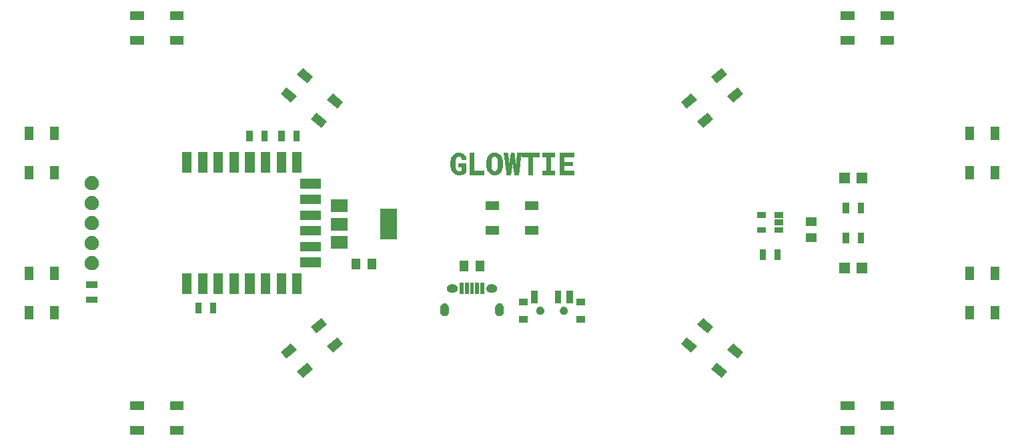
<source format=gts>
G04 #@! TF.GenerationSoftware,KiCad,Pcbnew,(5.0.1-3-g963ef8bb5)*
G04 #@! TF.CreationDate,2019-01-12T19:40:24-05:00*
G04 #@! TF.ProjectId,glowtie,676C6F777469652E6B696361645F7063,rev?*
G04 #@! TF.SameCoordinates,Original*
G04 #@! TF.FileFunction,Soldermask,Top*
G04 #@! TF.FilePolarity,Negative*
%FSLAX46Y46*%
G04 Gerber Fmt 4.6, Leading zero omitted, Abs format (unit mm)*
G04 Created by KiCad (PCBNEW (5.0.1-3-g963ef8bb5)) date Saturday, January 12, 2019 at 07:40:24 PM*
%MOMM*%
%LPD*%
G01*
G04 APERTURE LIST*
%ADD10C,0.010000*%
%ADD11C,0.100000*%
G04 APERTURE END LIST*
D10*
G04 #@! TO.C,G\002A\002A\002A*
G36*
X69525034Y-32346733D02*
X69634340Y-32359373D01*
X69734903Y-32381247D01*
X69829837Y-32413016D01*
X69913500Y-32450849D01*
X69959085Y-32475016D01*
X69995861Y-32497560D01*
X70029153Y-32522344D01*
X70064288Y-32553233D01*
X70094357Y-32582048D01*
X70163905Y-32661069D01*
X70222726Y-32751674D01*
X70271050Y-32854385D01*
X70309109Y-32969724D01*
X70337133Y-33098214D01*
X70345011Y-33149240D01*
X70350607Y-33189580D01*
X69830629Y-33185100D01*
X69816014Y-33113133D01*
X69791790Y-33024462D01*
X69757779Y-32949569D01*
X69713702Y-32888224D01*
X69659281Y-32840195D01*
X69594237Y-32805249D01*
X69518291Y-32783155D01*
X69431166Y-32773680D01*
X69407939Y-32773257D01*
X69336408Y-32778365D01*
X69273454Y-32794991D01*
X69215740Y-32824614D01*
X69159928Y-32868715D01*
X69133124Y-32895158D01*
X69088419Y-32948026D01*
X69050748Y-33006916D01*
X69017985Y-33075611D01*
X68991584Y-33147000D01*
X68978431Y-33188152D01*
X68967427Y-33227145D01*
X68958411Y-33265915D01*
X68951219Y-33306397D01*
X68945691Y-33350527D01*
X68941664Y-33400240D01*
X68938975Y-33457471D01*
X68937463Y-33524155D01*
X68936965Y-33602227D01*
X68937319Y-33693623D01*
X68938183Y-33784417D01*
X68939332Y-33878525D01*
X68940598Y-33957694D01*
X68942147Y-34023918D01*
X68944144Y-34079191D01*
X68946752Y-34125509D01*
X68950138Y-34164865D01*
X68954467Y-34199254D01*
X68959902Y-34230670D01*
X68966610Y-34261107D01*
X68974755Y-34292560D01*
X68982487Y-34320038D01*
X69017091Y-34416706D01*
X69061216Y-34499556D01*
X69114614Y-34568414D01*
X69177040Y-34623109D01*
X69248249Y-34663467D01*
X69327995Y-34689315D01*
X69416031Y-34700481D01*
X69512111Y-34696792D01*
X69517569Y-34696161D01*
X69592144Y-34684127D01*
X69660955Y-34666955D01*
X69721056Y-34645651D01*
X69769500Y-34621219D01*
X69797083Y-34600836D01*
X69802636Y-34595372D01*
X69806989Y-34589030D01*
X69810289Y-34579839D01*
X69812680Y-34565825D01*
X69814310Y-34545017D01*
X69815324Y-34515442D01*
X69815869Y-34475128D01*
X69816090Y-34422103D01*
X69816133Y-34354395D01*
X69816133Y-34103734D01*
X69367400Y-34103734D01*
X69367400Y-33697333D01*
X70349533Y-33697333D01*
X70349533Y-34781067D01*
X70316606Y-34813994D01*
X70232136Y-34887165D01*
X70133743Y-34952032D01*
X70022586Y-35007987D01*
X69899822Y-35054427D01*
X69804501Y-35081729D01*
X69754640Y-35093449D01*
X69702251Y-35104429D01*
X69653733Y-35113400D01*
X69617166Y-35118893D01*
X69566123Y-35123423D01*
X69505464Y-35126165D01*
X69439591Y-35127165D01*
X69372910Y-35126470D01*
X69309823Y-35124127D01*
X69254736Y-35120181D01*
X69212053Y-35114681D01*
X69211588Y-35114597D01*
X69087198Y-35084215D01*
X68972163Y-35039849D01*
X68866737Y-34981794D01*
X68771172Y-34910346D01*
X68685719Y-34825798D01*
X68610631Y-34728446D01*
X68546161Y-34618583D01*
X68492560Y-34496506D01*
X68450082Y-34362508D01*
X68418978Y-34216884D01*
X68413563Y-34182481D01*
X68408806Y-34139605D01*
X68404862Y-34082725D01*
X68401731Y-34014488D01*
X68399413Y-33937540D01*
X68397908Y-33854529D01*
X68397216Y-33768099D01*
X68397339Y-33680898D01*
X68398275Y-33595572D01*
X68400026Y-33514768D01*
X68402590Y-33441131D01*
X68405970Y-33377309D01*
X68410164Y-33325947D01*
X68413495Y-33299400D01*
X68443429Y-33149210D01*
X68484874Y-33010501D01*
X68537662Y-32883568D01*
X68601622Y-32768711D01*
X68676588Y-32666226D01*
X68762390Y-32576411D01*
X68858859Y-32499563D01*
X68871823Y-32490775D01*
X68963606Y-32436747D01*
X69058122Y-32395673D01*
X69158023Y-32366813D01*
X69265960Y-32349429D01*
X69384587Y-32342783D01*
X69403871Y-32342667D01*
X69525034Y-32346733D01*
X69525034Y-32346733D01*
G37*
X69525034Y-32346733D02*
X69634340Y-32359373D01*
X69734903Y-32381247D01*
X69829837Y-32413016D01*
X69913500Y-32450849D01*
X69959085Y-32475016D01*
X69995861Y-32497560D01*
X70029153Y-32522344D01*
X70064288Y-32553233D01*
X70094357Y-32582048D01*
X70163905Y-32661069D01*
X70222726Y-32751674D01*
X70271050Y-32854385D01*
X70309109Y-32969724D01*
X70337133Y-33098214D01*
X70345011Y-33149240D01*
X70350607Y-33189580D01*
X69830629Y-33185100D01*
X69816014Y-33113133D01*
X69791790Y-33024462D01*
X69757779Y-32949569D01*
X69713702Y-32888224D01*
X69659281Y-32840195D01*
X69594237Y-32805249D01*
X69518291Y-32783155D01*
X69431166Y-32773680D01*
X69407939Y-32773257D01*
X69336408Y-32778365D01*
X69273454Y-32794991D01*
X69215740Y-32824614D01*
X69159928Y-32868715D01*
X69133124Y-32895158D01*
X69088419Y-32948026D01*
X69050748Y-33006916D01*
X69017985Y-33075611D01*
X68991584Y-33147000D01*
X68978431Y-33188152D01*
X68967427Y-33227145D01*
X68958411Y-33265915D01*
X68951219Y-33306397D01*
X68945691Y-33350527D01*
X68941664Y-33400240D01*
X68938975Y-33457471D01*
X68937463Y-33524155D01*
X68936965Y-33602227D01*
X68937319Y-33693623D01*
X68938183Y-33784417D01*
X68939332Y-33878525D01*
X68940598Y-33957694D01*
X68942147Y-34023918D01*
X68944144Y-34079191D01*
X68946752Y-34125509D01*
X68950138Y-34164865D01*
X68954467Y-34199254D01*
X68959902Y-34230670D01*
X68966610Y-34261107D01*
X68974755Y-34292560D01*
X68982487Y-34320038D01*
X69017091Y-34416706D01*
X69061216Y-34499556D01*
X69114614Y-34568414D01*
X69177040Y-34623109D01*
X69248249Y-34663467D01*
X69327995Y-34689315D01*
X69416031Y-34700481D01*
X69512111Y-34696792D01*
X69517569Y-34696161D01*
X69592144Y-34684127D01*
X69660955Y-34666955D01*
X69721056Y-34645651D01*
X69769500Y-34621219D01*
X69797083Y-34600836D01*
X69802636Y-34595372D01*
X69806989Y-34589030D01*
X69810289Y-34579839D01*
X69812680Y-34565825D01*
X69814310Y-34545017D01*
X69815324Y-34515442D01*
X69815869Y-34475128D01*
X69816090Y-34422103D01*
X69816133Y-34354395D01*
X69816133Y-34103734D01*
X69367400Y-34103734D01*
X69367400Y-33697333D01*
X70349533Y-33697333D01*
X70349533Y-34781067D01*
X70316606Y-34813994D01*
X70232136Y-34887165D01*
X70133743Y-34952032D01*
X70022586Y-35007987D01*
X69899822Y-35054427D01*
X69804501Y-35081729D01*
X69754640Y-35093449D01*
X69702251Y-35104429D01*
X69653733Y-35113400D01*
X69617166Y-35118893D01*
X69566123Y-35123423D01*
X69505464Y-35126165D01*
X69439591Y-35127165D01*
X69372910Y-35126470D01*
X69309823Y-35124127D01*
X69254736Y-35120181D01*
X69212053Y-35114681D01*
X69211588Y-35114597D01*
X69087198Y-35084215D01*
X68972163Y-35039849D01*
X68866737Y-34981794D01*
X68771172Y-34910346D01*
X68685719Y-34825798D01*
X68610631Y-34728446D01*
X68546161Y-34618583D01*
X68492560Y-34496506D01*
X68450082Y-34362508D01*
X68418978Y-34216884D01*
X68413563Y-34182481D01*
X68408806Y-34139605D01*
X68404862Y-34082725D01*
X68401731Y-34014488D01*
X68399413Y-33937540D01*
X68397908Y-33854529D01*
X68397216Y-33768099D01*
X68397339Y-33680898D01*
X68398275Y-33595572D01*
X68400026Y-33514768D01*
X68402590Y-33441131D01*
X68405970Y-33377309D01*
X68410164Y-33325947D01*
X68413495Y-33299400D01*
X68443429Y-33149210D01*
X68484874Y-33010501D01*
X68537662Y-32883568D01*
X68601622Y-32768711D01*
X68676588Y-32666226D01*
X68762390Y-32576411D01*
X68858859Y-32499563D01*
X68871823Y-32490775D01*
X68963606Y-32436747D01*
X69058122Y-32395673D01*
X69158023Y-32366813D01*
X69265960Y-32349429D01*
X69384587Y-32342783D01*
X69403871Y-32342667D01*
X69525034Y-32346733D01*
G36*
X73943633Y-32347420D02*
X74004575Y-32347741D01*
X74051869Y-32348494D01*
X74088800Y-32349966D01*
X74118654Y-32352443D01*
X74144715Y-32356212D01*
X74170269Y-32361560D01*
X74198599Y-32368774D01*
X74203609Y-32370120D01*
X74323739Y-32410881D01*
X74434497Y-32465622D01*
X74535575Y-32534021D01*
X74626666Y-32615753D01*
X74707461Y-32710496D01*
X74777652Y-32817928D01*
X74836931Y-32937724D01*
X74884991Y-33069561D01*
X74891682Y-33091967D01*
X74902709Y-33130556D01*
X74912022Y-33165228D01*
X74919767Y-33197815D01*
X74926087Y-33230151D01*
X74931127Y-33264070D01*
X74935031Y-33301407D01*
X74937944Y-33343993D01*
X74940010Y-33393663D01*
X74941373Y-33452252D01*
X74942179Y-33521591D01*
X74942571Y-33603516D01*
X74942693Y-33699859D01*
X74942699Y-33739667D01*
X74942672Y-33835245D01*
X74942547Y-33915616D01*
X74942259Y-33982505D01*
X74941743Y-34037638D01*
X74940935Y-34082741D01*
X74939770Y-34119540D01*
X74938182Y-34149761D01*
X74936108Y-34175130D01*
X74933483Y-34197371D01*
X74930241Y-34218212D01*
X74926318Y-34239378D01*
X74923385Y-34254063D01*
X74887145Y-34398854D01*
X74839666Y-34531211D01*
X74781009Y-34651045D01*
X74711238Y-34758268D01*
X74630412Y-34852789D01*
X74538595Y-34934521D01*
X74435847Y-35003374D01*
X74383899Y-35031210D01*
X74317219Y-35062252D01*
X74255615Y-35085802D01*
X74194769Y-35102835D01*
X74130359Y-35114324D01*
X74058065Y-35121241D01*
X73973568Y-35124559D01*
X73969033Y-35124646D01*
X73884921Y-35125064D01*
X73817077Y-35122891D01*
X73765029Y-35118109D01*
X73751620Y-35116022D01*
X73633673Y-35086994D01*
X73523124Y-35043050D01*
X73420600Y-34984795D01*
X73326728Y-34912834D01*
X73242136Y-34827772D01*
X73167452Y-34730215D01*
X73103304Y-34620767D01*
X73050320Y-34500033D01*
X73020954Y-34411684D01*
X73007603Y-34364728D01*
X72996475Y-34321714D01*
X72987342Y-34280422D01*
X72979979Y-34238632D01*
X72974158Y-34194124D01*
X72969653Y-34144678D01*
X72966238Y-34088075D01*
X72963686Y-34022095D01*
X72961769Y-33944517D01*
X72960263Y-33853122D01*
X72959719Y-33811807D01*
X72959021Y-33735433D01*
X73499133Y-33735433D01*
X73499389Y-33842029D01*
X73500246Y-33933584D01*
X73501837Y-34011984D01*
X73504295Y-34079115D01*
X73507754Y-34136863D01*
X73512347Y-34187115D01*
X73518207Y-34231756D01*
X73525467Y-34272672D01*
X73534260Y-34311749D01*
X73541891Y-34340800D01*
X73573386Y-34431357D01*
X73614030Y-34509463D01*
X73663193Y-34574462D01*
X73720245Y-34625701D01*
X73784557Y-34662526D01*
X73855499Y-34684284D01*
X73875646Y-34687482D01*
X73943445Y-34691038D01*
X74012848Y-34685661D01*
X74053558Y-34677763D01*
X74123796Y-34651530D01*
X74187181Y-34610084D01*
X74243465Y-34553805D01*
X74292395Y-34483073D01*
X74333721Y-34398270D01*
X74367193Y-34299776D01*
X74392560Y-34187970D01*
X74398145Y-34154534D01*
X74401325Y-34127226D01*
X74403920Y-34089492D01*
X74405959Y-34040219D01*
X74407468Y-33978298D01*
X74408478Y-33902614D01*
X74409016Y-33812058D01*
X74409123Y-33722733D01*
X74408917Y-33623309D01*
X74408296Y-33538845D01*
X74407097Y-33467371D01*
X74405157Y-33406915D01*
X74402313Y-33355508D01*
X74398402Y-33311177D01*
X74393261Y-33271953D01*
X74386727Y-33235864D01*
X74378637Y-33200940D01*
X74368828Y-33165209D01*
X74360812Y-33138533D01*
X74326674Y-33048914D01*
X74283361Y-32970664D01*
X74231780Y-32904883D01*
X74172840Y-32852670D01*
X74107448Y-32815124D01*
X74087136Y-32807039D01*
X74036401Y-32793762D01*
X73977075Y-32785942D01*
X73916421Y-32784056D01*
X73861701Y-32788579D01*
X73847349Y-32791296D01*
X73774568Y-32815848D01*
X73709666Y-32855171D01*
X73653006Y-32908861D01*
X73604953Y-32976515D01*
X73565869Y-33057730D01*
X73541891Y-33130067D01*
X73531868Y-33169000D01*
X73523478Y-33208367D01*
X73516587Y-33250053D01*
X73511063Y-33295943D01*
X73506771Y-33347925D01*
X73503580Y-33407884D01*
X73501355Y-33477706D01*
X73499963Y-33559278D01*
X73499272Y-33654484D01*
X73499133Y-33735433D01*
X72959021Y-33735433D01*
X72958621Y-33691718D01*
X72958543Y-33588471D01*
X72959486Y-33502007D01*
X72961449Y-33432263D01*
X72964435Y-33379181D01*
X72965439Y-33367460D01*
X72986129Y-33216054D01*
X73018565Y-33075045D01*
X73062429Y-32944874D01*
X73117402Y-32825982D01*
X73183163Y-32718810D01*
X73259394Y-32623800D01*
X73345775Y-32541392D01*
X73441988Y-32472028D01*
X73547713Y-32416149D01*
X73662631Y-32374195D01*
X73689633Y-32366743D01*
X73717220Y-32359950D01*
X73742590Y-32354912D01*
X73768980Y-32351383D01*
X73799626Y-32349117D01*
X73837763Y-32347869D01*
X73886627Y-32347391D01*
X73943633Y-32347420D01*
X73943633Y-32347420D01*
G37*
X73943633Y-32347420D02*
X74004575Y-32347741D01*
X74051869Y-32348494D01*
X74088800Y-32349966D01*
X74118654Y-32352443D01*
X74144715Y-32356212D01*
X74170269Y-32361560D01*
X74198599Y-32368774D01*
X74203609Y-32370120D01*
X74323739Y-32410881D01*
X74434497Y-32465622D01*
X74535575Y-32534021D01*
X74626666Y-32615753D01*
X74707461Y-32710496D01*
X74777652Y-32817928D01*
X74836931Y-32937724D01*
X74884991Y-33069561D01*
X74891682Y-33091967D01*
X74902709Y-33130556D01*
X74912022Y-33165228D01*
X74919767Y-33197815D01*
X74926087Y-33230151D01*
X74931127Y-33264070D01*
X74935031Y-33301407D01*
X74937944Y-33343993D01*
X74940010Y-33393663D01*
X74941373Y-33452252D01*
X74942179Y-33521591D01*
X74942571Y-33603516D01*
X74942693Y-33699859D01*
X74942699Y-33739667D01*
X74942672Y-33835245D01*
X74942547Y-33915616D01*
X74942259Y-33982505D01*
X74941743Y-34037638D01*
X74940935Y-34082741D01*
X74939770Y-34119540D01*
X74938182Y-34149761D01*
X74936108Y-34175130D01*
X74933483Y-34197371D01*
X74930241Y-34218212D01*
X74926318Y-34239378D01*
X74923385Y-34254063D01*
X74887145Y-34398854D01*
X74839666Y-34531211D01*
X74781009Y-34651045D01*
X74711238Y-34758268D01*
X74630412Y-34852789D01*
X74538595Y-34934521D01*
X74435847Y-35003374D01*
X74383899Y-35031210D01*
X74317219Y-35062252D01*
X74255615Y-35085802D01*
X74194769Y-35102835D01*
X74130359Y-35114324D01*
X74058065Y-35121241D01*
X73973568Y-35124559D01*
X73969033Y-35124646D01*
X73884921Y-35125064D01*
X73817077Y-35122891D01*
X73765029Y-35118109D01*
X73751620Y-35116022D01*
X73633673Y-35086994D01*
X73523124Y-35043050D01*
X73420600Y-34984795D01*
X73326728Y-34912834D01*
X73242136Y-34827772D01*
X73167452Y-34730215D01*
X73103304Y-34620767D01*
X73050320Y-34500033D01*
X73020954Y-34411684D01*
X73007603Y-34364728D01*
X72996475Y-34321714D01*
X72987342Y-34280422D01*
X72979979Y-34238632D01*
X72974158Y-34194124D01*
X72969653Y-34144678D01*
X72966238Y-34088075D01*
X72963686Y-34022095D01*
X72961769Y-33944517D01*
X72960263Y-33853122D01*
X72959719Y-33811807D01*
X72959021Y-33735433D01*
X73499133Y-33735433D01*
X73499389Y-33842029D01*
X73500246Y-33933584D01*
X73501837Y-34011984D01*
X73504295Y-34079115D01*
X73507754Y-34136863D01*
X73512347Y-34187115D01*
X73518207Y-34231756D01*
X73525467Y-34272672D01*
X73534260Y-34311749D01*
X73541891Y-34340800D01*
X73573386Y-34431357D01*
X73614030Y-34509463D01*
X73663193Y-34574462D01*
X73720245Y-34625701D01*
X73784557Y-34662526D01*
X73855499Y-34684284D01*
X73875646Y-34687482D01*
X73943445Y-34691038D01*
X74012848Y-34685661D01*
X74053558Y-34677763D01*
X74123796Y-34651530D01*
X74187181Y-34610084D01*
X74243465Y-34553805D01*
X74292395Y-34483073D01*
X74333721Y-34398270D01*
X74367193Y-34299776D01*
X74392560Y-34187970D01*
X74398145Y-34154534D01*
X74401325Y-34127226D01*
X74403920Y-34089492D01*
X74405959Y-34040219D01*
X74407468Y-33978298D01*
X74408478Y-33902614D01*
X74409016Y-33812058D01*
X74409123Y-33722733D01*
X74408917Y-33623309D01*
X74408296Y-33538845D01*
X74407097Y-33467371D01*
X74405157Y-33406915D01*
X74402313Y-33355508D01*
X74398402Y-33311177D01*
X74393261Y-33271953D01*
X74386727Y-33235864D01*
X74378637Y-33200940D01*
X74368828Y-33165209D01*
X74360812Y-33138533D01*
X74326674Y-33048914D01*
X74283361Y-32970664D01*
X74231780Y-32904883D01*
X74172840Y-32852670D01*
X74107448Y-32815124D01*
X74087136Y-32807039D01*
X74036401Y-32793762D01*
X73977075Y-32785942D01*
X73916421Y-32784056D01*
X73861701Y-32788579D01*
X73847349Y-32791296D01*
X73774568Y-32815848D01*
X73709666Y-32855171D01*
X73653006Y-32908861D01*
X73604953Y-32976515D01*
X73565869Y-33057730D01*
X73541891Y-33130067D01*
X73531868Y-33169000D01*
X73523478Y-33208367D01*
X73516587Y-33250053D01*
X73511063Y-33295943D01*
X73506771Y-33347925D01*
X73503580Y-33407884D01*
X73501355Y-33477706D01*
X73499963Y-33559278D01*
X73499272Y-33654484D01*
X73499133Y-33735433D01*
X72959021Y-33735433D01*
X72958621Y-33691718D01*
X72958543Y-33588471D01*
X72959486Y-33502007D01*
X72961449Y-33432263D01*
X72964435Y-33379181D01*
X72965439Y-33367460D01*
X72986129Y-33216054D01*
X73018565Y-33075045D01*
X73062429Y-32944874D01*
X73117402Y-32825982D01*
X73183163Y-32718810D01*
X73259394Y-32623800D01*
X73345775Y-32541392D01*
X73441988Y-32472028D01*
X73547713Y-32416149D01*
X73662631Y-32374195D01*
X73689633Y-32366743D01*
X73717220Y-32359950D01*
X73742590Y-32354912D01*
X73768980Y-32351383D01*
X73799626Y-32349117D01*
X73837763Y-32347869D01*
X73886627Y-32347391D01*
X73943633Y-32347420D01*
G36*
X71331666Y-34662534D02*
X72601666Y-34662534D01*
X72601666Y-35094334D01*
X70798266Y-35094334D01*
X70798266Y-32376533D01*
X71331666Y-32376533D01*
X71331666Y-34662534D01*
X71331666Y-34662534D01*
G37*
X71331666Y-34662534D02*
X72601666Y-34662534D01*
X72601666Y-35094334D01*
X70798266Y-35094334D01*
X70798266Y-32376533D01*
X71331666Y-32376533D01*
X71331666Y-34662534D01*
G36*
X75461078Y-32376690D02*
X75519866Y-32377203D01*
X75564635Y-32378133D01*
X75596842Y-32379544D01*
X75617943Y-32381499D01*
X75629395Y-32384060D01*
X75632662Y-32387117D01*
X75633627Y-32398278D01*
X75636448Y-32424671D01*
X75640951Y-32464845D01*
X75646962Y-32517347D01*
X75654308Y-32580725D01*
X75662814Y-32653526D01*
X75672307Y-32734299D01*
X75682614Y-32821592D01*
X75693560Y-32913951D01*
X75704973Y-33009925D01*
X75716677Y-33108062D01*
X75728500Y-33206909D01*
X75740268Y-33305015D01*
X75751807Y-33400926D01*
X75762943Y-33493192D01*
X75773502Y-33580358D01*
X75783312Y-33660975D01*
X75792198Y-33733588D01*
X75799986Y-33796747D01*
X75806504Y-33848998D01*
X75811576Y-33888890D01*
X75815030Y-33914970D01*
X75816691Y-33925786D01*
X75816735Y-33925933D01*
X75818596Y-33919609D01*
X75822672Y-33897659D01*
X75828788Y-33861223D01*
X75836771Y-33811440D01*
X75846446Y-33749449D01*
X75857640Y-33676389D01*
X75870177Y-33593398D01*
X75883884Y-33501615D01*
X75898587Y-33402180D01*
X75914112Y-33296231D01*
X75930283Y-33184907D01*
X75933926Y-33159700D01*
X75950206Y-33046968D01*
X75965791Y-32939085D01*
X75980514Y-32837219D01*
X75994204Y-32742538D01*
X76006693Y-32656209D01*
X76017811Y-32579401D01*
X76027390Y-32513281D01*
X76035260Y-32459017D01*
X76041253Y-32417777D01*
X76045199Y-32390729D01*
X76046930Y-32379041D01*
X76046995Y-32378650D01*
X76055242Y-32378040D01*
X76078016Y-32377499D01*
X76112910Y-32377053D01*
X76157518Y-32376730D01*
X76209432Y-32376556D01*
X76237041Y-32376533D01*
X76426483Y-32376533D01*
X76430907Y-32399817D01*
X76432779Y-32411476D01*
X76436950Y-32438657D01*
X76443234Y-32480134D01*
X76451448Y-32534679D01*
X76461408Y-32601064D01*
X76472931Y-32678062D01*
X76485834Y-32764444D01*
X76499931Y-32858984D01*
X76515040Y-32960454D01*
X76530976Y-33067625D01*
X76547557Y-33179272D01*
X76547794Y-33180867D01*
X76564349Y-33292113D01*
X76580279Y-33398574D01*
X76595400Y-33499058D01*
X76609530Y-33592373D01*
X76622485Y-33677327D01*
X76634081Y-33752729D01*
X76644136Y-33817386D01*
X76652465Y-33870107D01*
X76658886Y-33909699D01*
X76663215Y-33934972D01*
X76665269Y-33944733D01*
X76665303Y-33944785D01*
X76667025Y-33937487D01*
X76670591Y-33914542D01*
X76675850Y-33877118D01*
X76682654Y-33826383D01*
X76690854Y-33763506D01*
X76700299Y-33689654D01*
X76710841Y-33605996D01*
X76722330Y-33513700D01*
X76734617Y-33413935D01*
X76747553Y-33307869D01*
X76760989Y-33196670D01*
X76762149Y-33187018D01*
X76775668Y-33074656D01*
X76788679Y-32966769D01*
X76801034Y-32864586D01*
X76812581Y-32769336D01*
X76823171Y-32682249D01*
X76832654Y-32604553D01*
X76840879Y-32537477D01*
X76847697Y-32482251D01*
X76852958Y-32440104D01*
X76856511Y-32412265D01*
X76858207Y-32399963D01*
X76858233Y-32399817D01*
X76862516Y-32376533D01*
X77349855Y-32376533D01*
X77345575Y-32408283D01*
X77343948Y-32420113D01*
X77340121Y-32447793D01*
X77334222Y-32490401D01*
X77326380Y-32547016D01*
X77316722Y-32616716D01*
X77305375Y-32698579D01*
X77292468Y-32791682D01*
X77278128Y-32895104D01*
X77262484Y-33007923D01*
X77245662Y-33129217D01*
X77227792Y-33258063D01*
X77209000Y-33393540D01*
X77189415Y-33534726D01*
X77169164Y-33680699D01*
X77157459Y-33765067D01*
X76973624Y-35090100D01*
X76492092Y-35094586D01*
X76370682Y-34334577D01*
X76352806Y-34222808D01*
X76335603Y-34115492D01*
X76319270Y-34013852D01*
X76304005Y-33919109D01*
X76290007Y-33832486D01*
X76277475Y-33755205D01*
X76266605Y-33688486D01*
X76257596Y-33633554D01*
X76250647Y-33591629D01*
X76245956Y-33563934D01*
X76243721Y-33551691D01*
X76243685Y-33551540D01*
X76241408Y-33555424D01*
X76236767Y-33575647D01*
X76229835Y-33611791D01*
X76220680Y-33663439D01*
X76209372Y-33730171D01*
X76195982Y-33811570D01*
X76180578Y-33907217D01*
X76163231Y-34016694D01*
X76144011Y-34139582D01*
X76124947Y-34262740D01*
X76107892Y-34373341D01*
X76091427Y-34479990D01*
X76075754Y-34581382D01*
X76061076Y-34676214D01*
X76047595Y-34763180D01*
X76035514Y-34840978D01*
X76025035Y-34908302D01*
X76016361Y-34963850D01*
X76009693Y-35006316D01*
X76005236Y-35034397D01*
X76003393Y-35045650D01*
X75994990Y-35094334D01*
X75754595Y-35094334D01*
X75692764Y-35094168D01*
X75636823Y-35093700D01*
X75588900Y-35092972D01*
X75551121Y-35092030D01*
X75525614Y-35090915D01*
X75514507Y-35089671D01*
X75514200Y-35089423D01*
X75513070Y-35080435D01*
X75509780Y-35055759D01*
X75504480Y-35016484D01*
X75497319Y-34963695D01*
X75488445Y-34898480D01*
X75478008Y-34821928D01*
X75466158Y-34735125D01*
X75453043Y-34639158D01*
X75438813Y-34535116D01*
X75423617Y-34424085D01*
X75407604Y-34307152D01*
X75390924Y-34185407D01*
X75373725Y-34059934D01*
X75356157Y-33931823D01*
X75338370Y-33802161D01*
X75320511Y-33672034D01*
X75302731Y-33542531D01*
X75285179Y-33414738D01*
X75268004Y-33289743D01*
X75251355Y-33168634D01*
X75235382Y-33052498D01*
X75220233Y-32942423D01*
X75206058Y-32839495D01*
X75193006Y-32744802D01*
X75181227Y-32659431D01*
X75170869Y-32584471D01*
X75162082Y-32521008D01*
X75155016Y-32470129D01*
X75149818Y-32432923D01*
X75146639Y-32410476D01*
X75145681Y-32404050D01*
X75140899Y-32376533D01*
X75386816Y-32376533D01*
X75461078Y-32376690D01*
X75461078Y-32376690D01*
G37*
X75461078Y-32376690D02*
X75519866Y-32377203D01*
X75564635Y-32378133D01*
X75596842Y-32379544D01*
X75617943Y-32381499D01*
X75629395Y-32384060D01*
X75632662Y-32387117D01*
X75633627Y-32398278D01*
X75636448Y-32424671D01*
X75640951Y-32464845D01*
X75646962Y-32517347D01*
X75654308Y-32580725D01*
X75662814Y-32653526D01*
X75672307Y-32734299D01*
X75682614Y-32821592D01*
X75693560Y-32913951D01*
X75704973Y-33009925D01*
X75716677Y-33108062D01*
X75728500Y-33206909D01*
X75740268Y-33305015D01*
X75751807Y-33400926D01*
X75762943Y-33493192D01*
X75773502Y-33580358D01*
X75783312Y-33660975D01*
X75792198Y-33733588D01*
X75799986Y-33796747D01*
X75806504Y-33848998D01*
X75811576Y-33888890D01*
X75815030Y-33914970D01*
X75816691Y-33925786D01*
X75816735Y-33925933D01*
X75818596Y-33919609D01*
X75822672Y-33897659D01*
X75828788Y-33861223D01*
X75836771Y-33811440D01*
X75846446Y-33749449D01*
X75857640Y-33676389D01*
X75870177Y-33593398D01*
X75883884Y-33501615D01*
X75898587Y-33402180D01*
X75914112Y-33296231D01*
X75930283Y-33184907D01*
X75933926Y-33159700D01*
X75950206Y-33046968D01*
X75965791Y-32939085D01*
X75980514Y-32837219D01*
X75994204Y-32742538D01*
X76006693Y-32656209D01*
X76017811Y-32579401D01*
X76027390Y-32513281D01*
X76035260Y-32459017D01*
X76041253Y-32417777D01*
X76045199Y-32390729D01*
X76046930Y-32379041D01*
X76046995Y-32378650D01*
X76055242Y-32378040D01*
X76078016Y-32377499D01*
X76112910Y-32377053D01*
X76157518Y-32376730D01*
X76209432Y-32376556D01*
X76237041Y-32376533D01*
X76426483Y-32376533D01*
X76430907Y-32399817D01*
X76432779Y-32411476D01*
X76436950Y-32438657D01*
X76443234Y-32480134D01*
X76451448Y-32534679D01*
X76461408Y-32601064D01*
X76472931Y-32678062D01*
X76485834Y-32764444D01*
X76499931Y-32858984D01*
X76515040Y-32960454D01*
X76530976Y-33067625D01*
X76547557Y-33179272D01*
X76547794Y-33180867D01*
X76564349Y-33292113D01*
X76580279Y-33398574D01*
X76595400Y-33499058D01*
X76609530Y-33592373D01*
X76622485Y-33677327D01*
X76634081Y-33752729D01*
X76644136Y-33817386D01*
X76652465Y-33870107D01*
X76658886Y-33909699D01*
X76663215Y-33934972D01*
X76665269Y-33944733D01*
X76665303Y-33944785D01*
X76667025Y-33937487D01*
X76670591Y-33914542D01*
X76675850Y-33877118D01*
X76682654Y-33826383D01*
X76690854Y-33763506D01*
X76700299Y-33689654D01*
X76710841Y-33605996D01*
X76722330Y-33513700D01*
X76734617Y-33413935D01*
X76747553Y-33307869D01*
X76760989Y-33196670D01*
X76762149Y-33187018D01*
X76775668Y-33074656D01*
X76788679Y-32966769D01*
X76801034Y-32864586D01*
X76812581Y-32769336D01*
X76823171Y-32682249D01*
X76832654Y-32604553D01*
X76840879Y-32537477D01*
X76847697Y-32482251D01*
X76852958Y-32440104D01*
X76856511Y-32412265D01*
X76858207Y-32399963D01*
X76858233Y-32399817D01*
X76862516Y-32376533D01*
X77349855Y-32376533D01*
X77345575Y-32408283D01*
X77343948Y-32420113D01*
X77340121Y-32447793D01*
X77334222Y-32490401D01*
X77326380Y-32547016D01*
X77316722Y-32616716D01*
X77305375Y-32698579D01*
X77292468Y-32791682D01*
X77278128Y-32895104D01*
X77262484Y-33007923D01*
X77245662Y-33129217D01*
X77227792Y-33258063D01*
X77209000Y-33393540D01*
X77189415Y-33534726D01*
X77169164Y-33680699D01*
X77157459Y-33765067D01*
X76973624Y-35090100D01*
X76492092Y-35094586D01*
X76370682Y-34334577D01*
X76352806Y-34222808D01*
X76335603Y-34115492D01*
X76319270Y-34013852D01*
X76304005Y-33919109D01*
X76290007Y-33832486D01*
X76277475Y-33755205D01*
X76266605Y-33688486D01*
X76257596Y-33633554D01*
X76250647Y-33591629D01*
X76245956Y-33563934D01*
X76243721Y-33551691D01*
X76243685Y-33551540D01*
X76241408Y-33555424D01*
X76236767Y-33575647D01*
X76229835Y-33611791D01*
X76220680Y-33663439D01*
X76209372Y-33730171D01*
X76195982Y-33811570D01*
X76180578Y-33907217D01*
X76163231Y-34016694D01*
X76144011Y-34139582D01*
X76124947Y-34262740D01*
X76107892Y-34373341D01*
X76091427Y-34479990D01*
X76075754Y-34581382D01*
X76061076Y-34676214D01*
X76047595Y-34763180D01*
X76035514Y-34840978D01*
X76025035Y-34908302D01*
X76016361Y-34963850D01*
X76009693Y-35006316D01*
X76005236Y-35034397D01*
X76003393Y-35045650D01*
X75994990Y-35094334D01*
X75754595Y-35094334D01*
X75692764Y-35094168D01*
X75636823Y-35093700D01*
X75588900Y-35092972D01*
X75551121Y-35092030D01*
X75525614Y-35090915D01*
X75514507Y-35089671D01*
X75514200Y-35089423D01*
X75513070Y-35080435D01*
X75509780Y-35055759D01*
X75504480Y-35016484D01*
X75497319Y-34963695D01*
X75488445Y-34898480D01*
X75478008Y-34821928D01*
X75466158Y-34735125D01*
X75453043Y-34639158D01*
X75438813Y-34535116D01*
X75423617Y-34424085D01*
X75407604Y-34307152D01*
X75390924Y-34185407D01*
X75373725Y-34059934D01*
X75356157Y-33931823D01*
X75338370Y-33802161D01*
X75320511Y-33672034D01*
X75302731Y-33542531D01*
X75285179Y-33414738D01*
X75268004Y-33289743D01*
X75251355Y-33168634D01*
X75235382Y-33052498D01*
X75220233Y-32942423D01*
X75206058Y-32839495D01*
X75193006Y-32744802D01*
X75181227Y-32659431D01*
X75170869Y-32584471D01*
X75162082Y-32521008D01*
X75155016Y-32470129D01*
X75149818Y-32432923D01*
X75146639Y-32410476D01*
X75145681Y-32404050D01*
X75140899Y-32376533D01*
X75386816Y-32376533D01*
X75461078Y-32376690D01*
G36*
X79620533Y-32808333D02*
X78790800Y-32808333D01*
X78790800Y-35094334D01*
X78257400Y-35094334D01*
X78257400Y-32808333D01*
X77427666Y-32808333D01*
X77427666Y-32376533D01*
X79620533Y-32376533D01*
X79620533Y-32808333D01*
X79620533Y-32808333D01*
G37*
X79620533Y-32808333D02*
X78790800Y-32808333D01*
X78790800Y-35094334D01*
X78257400Y-35094334D01*
X78257400Y-32808333D01*
X77427666Y-32808333D01*
X77427666Y-32376533D01*
X79620533Y-32376533D01*
X79620533Y-32808333D01*
G36*
X81601733Y-32808333D02*
X81076800Y-32808333D01*
X81076800Y-34662534D01*
X81601733Y-34662534D01*
X81601733Y-35094334D01*
X80026933Y-35094334D01*
X80026933Y-34662534D01*
X80543400Y-34662534D01*
X80543400Y-32808333D01*
X80026933Y-32808333D01*
X80026933Y-32376533D01*
X81601733Y-32376533D01*
X81601733Y-32808333D01*
X81601733Y-32808333D01*
G37*
X81601733Y-32808333D02*
X81076800Y-32808333D01*
X81076800Y-34662534D01*
X81601733Y-34662534D01*
X81601733Y-35094334D01*
X80026933Y-35094334D01*
X80026933Y-34662534D01*
X80543400Y-34662534D01*
X80543400Y-32808333D01*
X80026933Y-32808333D01*
X80026933Y-32376533D01*
X81601733Y-32376533D01*
X81601733Y-32808333D01*
G36*
X84057066Y-32808333D02*
X82761666Y-32808333D01*
X82761666Y-33485667D01*
X83870800Y-33485667D01*
X83870800Y-33909000D01*
X82761666Y-33909000D01*
X82761666Y-34662534D01*
X84057066Y-34662534D01*
X84057066Y-35094334D01*
X82228266Y-35094334D01*
X82228266Y-32376533D01*
X84057066Y-32376533D01*
X84057066Y-32808333D01*
X84057066Y-32808333D01*
G37*
X84057066Y-32808333D02*
X82761666Y-32808333D01*
X82761666Y-33485667D01*
X83870800Y-33485667D01*
X83870800Y-33909000D01*
X82761666Y-33909000D01*
X82761666Y-34662534D01*
X84057066Y-34662534D01*
X84057066Y-35094334D01*
X82228266Y-35094334D01*
X82228266Y-32376533D01*
X84057066Y-32376533D01*
X84057066Y-32808333D01*
D11*
G36*
X124635000Y-68190000D02*
X122935000Y-68190000D01*
X122935000Y-67090000D01*
X124635000Y-67090000D01*
X124635000Y-68190000D01*
X124635000Y-68190000D01*
G37*
G36*
X119635000Y-68190000D02*
X117935000Y-68190000D01*
X117935000Y-67090000D01*
X119635000Y-67090000D01*
X119635000Y-68190000D01*
X119635000Y-68190000D01*
G37*
G36*
X34465000Y-68190000D02*
X32765000Y-68190000D01*
X32765000Y-67090000D01*
X34465000Y-67090000D01*
X34465000Y-68190000D01*
X34465000Y-68190000D01*
G37*
G36*
X29465000Y-68190000D02*
X27765000Y-68190000D01*
X27765000Y-67090000D01*
X29465000Y-67090000D01*
X29465000Y-68190000D01*
X29465000Y-68190000D01*
G37*
G36*
X124635000Y-64990000D02*
X122935000Y-64990000D01*
X122935000Y-63890000D01*
X124635000Y-63890000D01*
X124635000Y-64990000D01*
X124635000Y-64990000D01*
G37*
G36*
X119635000Y-64990000D02*
X117935000Y-64990000D01*
X117935000Y-63890000D01*
X119635000Y-63890000D01*
X119635000Y-64990000D01*
X119635000Y-64990000D01*
G37*
G36*
X34465000Y-64990000D02*
X32765000Y-64990000D01*
X32765000Y-63890000D01*
X34465000Y-63890000D01*
X34465000Y-64990000D01*
X34465000Y-64990000D01*
G37*
G36*
X29465000Y-64990000D02*
X27765000Y-64990000D01*
X27765000Y-63890000D01*
X29465000Y-63890000D01*
X29465000Y-64990000D01*
X29465000Y-64990000D01*
G37*
G36*
X50918021Y-59857595D02*
X49615745Y-60950335D01*
X48908677Y-60107685D01*
X50210953Y-59014945D01*
X50918021Y-59857595D01*
X50918021Y-59857595D01*
G37*
G36*
X103491323Y-60107685D02*
X102784255Y-60950335D01*
X101481979Y-59857595D01*
X102189047Y-59014945D01*
X103491323Y-60107685D01*
X103491323Y-60107685D01*
G37*
G36*
X48861101Y-57406253D02*
X47558825Y-58498993D01*
X46851757Y-57656343D01*
X48154033Y-56563603D01*
X48861101Y-57406253D01*
X48861101Y-57406253D01*
G37*
G36*
X105548243Y-57656343D02*
X104841175Y-58498993D01*
X103538899Y-57406253D01*
X104245967Y-56563603D01*
X105548243Y-57656343D01*
X105548243Y-57656343D01*
G37*
G36*
X54748243Y-56643657D02*
X53445967Y-57736397D01*
X52738899Y-56893747D01*
X54041175Y-55801007D01*
X54748243Y-56643657D01*
X54748243Y-56643657D01*
G37*
G36*
X99661101Y-56893747D02*
X98954033Y-57736397D01*
X97651757Y-56643657D01*
X98358825Y-55801007D01*
X99661101Y-56893747D01*
X99661101Y-56893747D01*
G37*
G36*
X101718021Y-54442405D02*
X101010953Y-55285055D01*
X99708677Y-54192315D01*
X100415745Y-53349665D01*
X101718021Y-54442405D01*
X101718021Y-54442405D01*
G37*
G36*
X52691323Y-54192315D02*
X51389047Y-55285055D01*
X50681979Y-54442405D01*
X51984255Y-53349665D01*
X52691323Y-54192315D01*
X52691323Y-54192315D01*
G37*
G36*
X85480000Y-53950000D02*
X84380000Y-53950000D01*
X84380000Y-53050000D01*
X85480000Y-53050000D01*
X85480000Y-53950000D01*
X85480000Y-53950000D01*
G37*
G36*
X78180000Y-53950000D02*
X77080000Y-53950000D01*
X77080000Y-53050000D01*
X78180000Y-53050000D01*
X78180000Y-53950000D01*
X78180000Y-53950000D01*
G37*
G36*
X138040000Y-53515000D02*
X136940000Y-53515000D01*
X136940000Y-51815000D01*
X138040000Y-51815000D01*
X138040000Y-53515000D01*
X138040000Y-53515000D01*
G37*
G36*
X134840000Y-53515000D02*
X133740000Y-53515000D01*
X133740000Y-51815000D01*
X134840000Y-51815000D01*
X134840000Y-53515000D01*
X134840000Y-53515000D01*
G37*
G36*
X18660000Y-53515000D02*
X17560000Y-53515000D01*
X17560000Y-51815000D01*
X18660000Y-51815000D01*
X18660000Y-53515000D01*
X18660000Y-53515000D01*
G37*
G36*
X15460000Y-53515000D02*
X14360000Y-53515000D01*
X14360000Y-51815000D01*
X15460000Y-51815000D01*
X15460000Y-53515000D01*
X15460000Y-53515000D01*
G37*
G36*
X67727818Y-51459958D02*
X67831493Y-51491407D01*
X67927042Y-51542479D01*
X68010791Y-51611210D01*
X68079521Y-51694957D01*
X68130593Y-51790506D01*
X68162042Y-51894181D01*
X68170000Y-51974980D01*
X68170000Y-52579020D01*
X68162042Y-52659819D01*
X68130593Y-52763494D01*
X68079521Y-52859043D01*
X68010791Y-52942791D01*
X67927043Y-53011521D01*
X67831494Y-53062593D01*
X67727819Y-53094042D01*
X67620000Y-53104661D01*
X67512182Y-53094042D01*
X67408507Y-53062593D01*
X67312958Y-53011521D01*
X67229210Y-52942791D01*
X67160480Y-52859043D01*
X67109407Y-52763494D01*
X67077958Y-52659819D01*
X67070000Y-52579020D01*
X67070000Y-51974981D01*
X67077958Y-51894182D01*
X67109407Y-51790507D01*
X67160479Y-51694958D01*
X67229210Y-51611209D01*
X67312957Y-51542479D01*
X67408506Y-51491407D01*
X67512181Y-51459958D01*
X67620000Y-51449339D01*
X67727818Y-51459958D01*
X67727818Y-51459958D01*
G37*
G36*
X74727818Y-51459958D02*
X74831493Y-51491407D01*
X74927042Y-51542479D01*
X75010791Y-51611210D01*
X75079521Y-51694957D01*
X75130593Y-51790506D01*
X75162042Y-51894181D01*
X75170000Y-51974980D01*
X75170000Y-52579020D01*
X75162042Y-52659819D01*
X75130593Y-52763494D01*
X75079521Y-52859043D01*
X75010791Y-52942791D01*
X74927043Y-53011521D01*
X74831494Y-53062593D01*
X74727819Y-53094042D01*
X74620000Y-53104661D01*
X74512182Y-53094042D01*
X74408507Y-53062593D01*
X74312958Y-53011521D01*
X74229210Y-52942791D01*
X74160480Y-52859043D01*
X74109407Y-52763494D01*
X74077958Y-52659819D01*
X74070000Y-52579020D01*
X74070000Y-51974981D01*
X74077958Y-51894182D01*
X74109407Y-51790507D01*
X74160479Y-51694958D01*
X74229210Y-51611209D01*
X74312957Y-51542479D01*
X74408506Y-51491407D01*
X74512181Y-51459958D01*
X74620000Y-51449339D01*
X74727818Y-51459958D01*
X74727818Y-51459958D01*
G37*
G36*
X82925843Y-51919214D02*
X82925846Y-51919215D01*
X82925845Y-51919215D01*
X83016839Y-51956906D01*
X83071311Y-51993303D01*
X83098733Y-52011626D01*
X83168374Y-52081267D01*
X83168375Y-52081269D01*
X83223094Y-52163161D01*
X83223094Y-52163162D01*
X83260786Y-52254157D01*
X83280000Y-52350753D01*
X83280000Y-52449247D01*
X83260786Y-52545843D01*
X83260785Y-52545845D01*
X83223094Y-52636839D01*
X83207739Y-52659819D01*
X83168374Y-52718733D01*
X83098733Y-52788374D01*
X83071311Y-52806697D01*
X83016839Y-52843094D01*
X82952495Y-52869746D01*
X82925843Y-52880786D01*
X82829247Y-52900000D01*
X82730753Y-52900000D01*
X82634157Y-52880786D01*
X82607505Y-52869746D01*
X82543161Y-52843094D01*
X82488689Y-52806697D01*
X82461267Y-52788374D01*
X82391626Y-52718733D01*
X82352261Y-52659819D01*
X82336906Y-52636839D01*
X82299215Y-52545845D01*
X82299214Y-52545843D01*
X82280000Y-52449247D01*
X82280000Y-52350753D01*
X82299214Y-52254157D01*
X82336906Y-52163162D01*
X82336906Y-52163161D01*
X82391625Y-52081269D01*
X82391626Y-52081267D01*
X82461267Y-52011626D01*
X82488689Y-51993303D01*
X82543161Y-51956906D01*
X82634155Y-51919215D01*
X82634154Y-51919215D01*
X82634157Y-51919214D01*
X82730753Y-51900000D01*
X82829247Y-51900000D01*
X82925843Y-51919214D01*
X82925843Y-51919214D01*
G37*
G36*
X79925843Y-51919214D02*
X79925846Y-51919215D01*
X79925845Y-51919215D01*
X80016839Y-51956906D01*
X80071311Y-51993303D01*
X80098733Y-52011626D01*
X80168374Y-52081267D01*
X80168375Y-52081269D01*
X80223094Y-52163161D01*
X80223094Y-52163162D01*
X80260786Y-52254157D01*
X80280000Y-52350753D01*
X80280000Y-52449247D01*
X80260786Y-52545843D01*
X80260785Y-52545845D01*
X80223094Y-52636839D01*
X80207739Y-52659819D01*
X80168374Y-52718733D01*
X80098733Y-52788374D01*
X80071311Y-52806697D01*
X80016839Y-52843094D01*
X79952495Y-52869746D01*
X79925843Y-52880786D01*
X79829247Y-52900000D01*
X79730753Y-52900000D01*
X79634157Y-52880786D01*
X79607505Y-52869746D01*
X79543161Y-52843094D01*
X79488689Y-52806697D01*
X79461267Y-52788374D01*
X79391626Y-52718733D01*
X79352261Y-52659819D01*
X79336906Y-52636839D01*
X79299215Y-52545845D01*
X79299214Y-52545843D01*
X79280000Y-52449247D01*
X79280000Y-52350753D01*
X79299214Y-52254157D01*
X79336906Y-52163162D01*
X79336906Y-52163161D01*
X79391625Y-52081269D01*
X79391626Y-52081267D01*
X79461267Y-52011626D01*
X79488689Y-51993303D01*
X79543161Y-51956906D01*
X79634155Y-51919215D01*
X79634154Y-51919215D01*
X79634157Y-51919214D01*
X79730753Y-51900000D01*
X79829247Y-51900000D01*
X79925843Y-51919214D01*
X79925843Y-51919214D01*
G37*
G36*
X36788000Y-52770000D02*
X35988000Y-52770000D01*
X35988000Y-51370000D01*
X36788000Y-51370000D01*
X36788000Y-52770000D01*
X36788000Y-52770000D01*
G37*
G36*
X38688000Y-52770000D02*
X37888000Y-52770000D01*
X37888000Y-51370000D01*
X38688000Y-51370000D01*
X38688000Y-52770000D01*
X38688000Y-52770000D01*
G37*
G36*
X85480000Y-51740000D02*
X84380000Y-51740000D01*
X84380000Y-50840000D01*
X85480000Y-50840000D01*
X85480000Y-51740000D01*
X85480000Y-51740000D01*
G37*
G36*
X78180000Y-51740000D02*
X77080000Y-51740000D01*
X77080000Y-50840000D01*
X78180000Y-50840000D01*
X78180000Y-51740000D01*
X78180000Y-51740000D01*
G37*
G36*
X83930000Y-51440000D02*
X83130000Y-51440000D01*
X83130000Y-49840000D01*
X83930000Y-49840000D01*
X83930000Y-51440000D01*
X83930000Y-51440000D01*
G37*
G36*
X82430000Y-51440000D02*
X81630000Y-51440000D01*
X81630000Y-49840000D01*
X82430000Y-49840000D01*
X82430000Y-51440000D01*
X82430000Y-51440000D01*
G37*
G36*
X79430000Y-51440000D02*
X78630000Y-51440000D01*
X78630000Y-49840000D01*
X79430000Y-49840000D01*
X79430000Y-51440000D01*
X79430000Y-51440000D01*
G37*
G36*
X23560000Y-51388000D02*
X22160000Y-51388000D01*
X22160000Y-50588000D01*
X23560000Y-50588000D01*
X23560000Y-51388000D01*
X23560000Y-51388000D01*
G37*
G36*
X71370000Y-50302000D02*
X70870000Y-50302000D01*
X70870000Y-48852000D01*
X71370000Y-48852000D01*
X71370000Y-50302000D01*
X71370000Y-50302000D01*
G37*
G36*
X70720000Y-50302000D02*
X70220000Y-50302000D01*
X70220000Y-48852000D01*
X70720000Y-48852000D01*
X70720000Y-50302000D01*
X70720000Y-50302000D01*
G37*
G36*
X70070000Y-50302000D02*
X69570000Y-50302000D01*
X69570000Y-48852000D01*
X70070000Y-48852000D01*
X70070000Y-50302000D01*
X70070000Y-50302000D01*
G37*
G36*
X72670000Y-50302000D02*
X72170000Y-50302000D01*
X72170000Y-48852000D01*
X72670000Y-48852000D01*
X72670000Y-50302000D01*
X72670000Y-50302000D01*
G37*
G36*
X72020000Y-50302000D02*
X71520000Y-50302000D01*
X71520000Y-48852000D01*
X72020000Y-48852000D01*
X72020000Y-50302000D01*
X72020000Y-50302000D01*
G37*
G36*
X47525000Y-50260000D02*
X46325000Y-50260000D01*
X46325000Y-47660000D01*
X47525000Y-47660000D01*
X47525000Y-50260000D01*
X47525000Y-50260000D01*
G37*
G36*
X49525000Y-50260000D02*
X48325000Y-50260000D01*
X48325000Y-47660000D01*
X49525000Y-47660000D01*
X49525000Y-50260000D01*
X49525000Y-50260000D01*
G37*
G36*
X45525000Y-50260000D02*
X44325000Y-50260000D01*
X44325000Y-47660000D01*
X45525000Y-47660000D01*
X45525000Y-50260000D01*
X45525000Y-50260000D01*
G37*
G36*
X43525000Y-50260000D02*
X42325000Y-50260000D01*
X42325000Y-47660000D01*
X43525000Y-47660000D01*
X43525000Y-50260000D01*
X43525000Y-50260000D01*
G37*
G36*
X41525000Y-50260000D02*
X40325000Y-50260000D01*
X40325000Y-47660000D01*
X41525000Y-47660000D01*
X41525000Y-50260000D01*
X41525000Y-50260000D01*
G37*
G36*
X39525000Y-50260000D02*
X38325000Y-50260000D01*
X38325000Y-47660000D01*
X39525000Y-47660000D01*
X39525000Y-50260000D01*
X39525000Y-50260000D01*
G37*
G36*
X37525000Y-50260000D02*
X36325000Y-50260000D01*
X36325000Y-47660000D01*
X37525000Y-47660000D01*
X37525000Y-50260000D01*
X37525000Y-50260000D01*
G37*
G36*
X35525000Y-50260000D02*
X34325000Y-50260000D01*
X34325000Y-47660000D01*
X35525000Y-47660000D01*
X35525000Y-50260000D01*
X35525000Y-50260000D01*
G37*
G36*
X73872918Y-49059596D02*
X73971881Y-49089616D01*
X74063086Y-49138367D01*
X74143028Y-49203972D01*
X74208633Y-49283914D01*
X74257384Y-49375119D01*
X74287404Y-49474082D01*
X74297540Y-49577000D01*
X74287404Y-49679918D01*
X74257384Y-49778881D01*
X74208633Y-49870086D01*
X74143028Y-49950028D01*
X74063086Y-50015633D01*
X73971881Y-50064384D01*
X73872918Y-50094404D01*
X73795792Y-50102000D01*
X73444208Y-50102000D01*
X73367082Y-50094404D01*
X73268119Y-50064384D01*
X73176914Y-50015633D01*
X73096972Y-49950028D01*
X73031367Y-49870086D01*
X72982616Y-49778881D01*
X72952596Y-49679918D01*
X72942460Y-49577000D01*
X72952596Y-49474082D01*
X72982616Y-49375119D01*
X73031367Y-49283914D01*
X73096972Y-49203972D01*
X73176914Y-49138367D01*
X73268119Y-49089616D01*
X73367082Y-49059596D01*
X73444208Y-49052000D01*
X73795792Y-49052000D01*
X73872918Y-49059596D01*
X73872918Y-49059596D01*
G37*
G36*
X68872918Y-49059596D02*
X68971881Y-49089616D01*
X69063086Y-49138367D01*
X69143028Y-49203972D01*
X69208633Y-49283914D01*
X69257384Y-49375119D01*
X69287404Y-49474082D01*
X69297540Y-49577000D01*
X69287404Y-49679918D01*
X69257384Y-49778881D01*
X69208633Y-49870086D01*
X69143028Y-49950028D01*
X69063086Y-50015633D01*
X68971881Y-50064384D01*
X68872918Y-50094404D01*
X68795792Y-50102000D01*
X68444208Y-50102000D01*
X68367082Y-50094404D01*
X68268119Y-50064384D01*
X68176914Y-50015633D01*
X68096972Y-49950028D01*
X68031367Y-49870086D01*
X67982616Y-49778881D01*
X67952596Y-49679918D01*
X67942460Y-49577000D01*
X67952596Y-49474082D01*
X67982616Y-49375119D01*
X68031367Y-49283914D01*
X68096972Y-49203972D01*
X68176914Y-49138367D01*
X68268119Y-49089616D01*
X68367082Y-49059596D01*
X68444208Y-49052000D01*
X68795792Y-49052000D01*
X68872918Y-49059596D01*
X68872918Y-49059596D01*
G37*
G36*
X23560000Y-49488000D02*
X22160000Y-49488000D01*
X22160000Y-48688000D01*
X23560000Y-48688000D01*
X23560000Y-49488000D01*
X23560000Y-49488000D01*
G37*
G36*
X138040000Y-48515000D02*
X136940000Y-48515000D01*
X136940000Y-46815000D01*
X138040000Y-46815000D01*
X138040000Y-48515000D01*
X138040000Y-48515000D01*
G37*
G36*
X15460000Y-48515000D02*
X14360000Y-48515000D01*
X14360000Y-46815000D01*
X15460000Y-46815000D01*
X15460000Y-48515000D01*
X15460000Y-48515000D01*
G37*
G36*
X134840000Y-48515000D02*
X133740000Y-48515000D01*
X133740000Y-46815000D01*
X134840000Y-46815000D01*
X134840000Y-48515000D01*
X134840000Y-48515000D01*
G37*
G36*
X18660000Y-48515000D02*
X17560000Y-48515000D01*
X17560000Y-46815000D01*
X18660000Y-46815000D01*
X18660000Y-48515000D01*
X18660000Y-48515000D01*
G37*
G36*
X121257000Y-47640000D02*
X119957000Y-47640000D01*
X119957000Y-46340000D01*
X121257000Y-46340000D01*
X121257000Y-47640000D01*
X121257000Y-47640000D01*
G37*
G36*
X119057000Y-47640000D02*
X117757000Y-47640000D01*
X117757000Y-46340000D01*
X119057000Y-46340000D01*
X119057000Y-47640000D01*
X119057000Y-47640000D01*
G37*
G36*
X72670000Y-47411000D02*
X71570000Y-47411000D01*
X71570000Y-46061000D01*
X72670000Y-46061000D01*
X72670000Y-47411000D01*
X72670000Y-47411000D01*
G37*
G36*
X70670000Y-47411000D02*
X69570000Y-47411000D01*
X69570000Y-46061000D01*
X70670000Y-46061000D01*
X70670000Y-47411000D01*
X70670000Y-47411000D01*
G37*
G36*
X23122520Y-45489586D02*
X23286310Y-45557430D01*
X23433717Y-45655924D01*
X23559076Y-45781283D01*
X23657570Y-45928690D01*
X23725414Y-46092480D01*
X23760000Y-46266358D01*
X23760000Y-46443642D01*
X23725414Y-46617520D01*
X23657570Y-46781310D01*
X23559076Y-46928717D01*
X23433717Y-47054076D01*
X23286310Y-47152570D01*
X23122520Y-47220414D01*
X22948643Y-47255000D01*
X22771357Y-47255000D01*
X22597480Y-47220414D01*
X22433690Y-47152570D01*
X22286283Y-47054076D01*
X22160924Y-46928717D01*
X22062430Y-46781310D01*
X21994586Y-46617520D01*
X21960000Y-46443642D01*
X21960000Y-46266358D01*
X21994586Y-46092480D01*
X22062430Y-45928690D01*
X22160924Y-45781283D01*
X22286283Y-45655924D01*
X22433690Y-45557430D01*
X22597480Y-45489586D01*
X22771357Y-45455000D01*
X22948643Y-45455000D01*
X23122520Y-45489586D01*
X23122520Y-45489586D01*
G37*
G36*
X58954000Y-47157000D02*
X57854000Y-47157000D01*
X57854000Y-45807000D01*
X58954000Y-45807000D01*
X58954000Y-47157000D01*
X58954000Y-47157000D01*
G37*
G36*
X56954000Y-47157000D02*
X55854000Y-47157000D01*
X55854000Y-45807000D01*
X56954000Y-45807000D01*
X56954000Y-47157000D01*
X56954000Y-47157000D01*
G37*
G36*
X51925000Y-46870000D02*
X49325000Y-46870000D01*
X49325000Y-45670000D01*
X51925000Y-45670000D01*
X51925000Y-46870000D01*
X51925000Y-46870000D01*
G37*
G36*
X108416000Y-45975500D02*
X107616000Y-45975500D01*
X107616000Y-44575500D01*
X108416000Y-44575500D01*
X108416000Y-45975500D01*
X108416000Y-45975500D01*
G37*
G36*
X110316000Y-45975500D02*
X109516000Y-45975500D01*
X109516000Y-44575500D01*
X110316000Y-44575500D01*
X110316000Y-45975500D01*
X110316000Y-45975500D01*
G37*
G36*
X51925000Y-44870000D02*
X49325000Y-44870000D01*
X49325000Y-43670000D01*
X51925000Y-43670000D01*
X51925000Y-44870000D01*
X51925000Y-44870000D01*
G37*
G36*
X23122520Y-42949586D02*
X23286310Y-43017430D01*
X23433717Y-43115924D01*
X23559076Y-43241283D01*
X23657570Y-43388690D01*
X23725414Y-43552480D01*
X23760000Y-43726358D01*
X23760000Y-43903642D01*
X23725414Y-44077520D01*
X23657570Y-44241310D01*
X23559076Y-44388717D01*
X23433717Y-44514076D01*
X23286310Y-44612570D01*
X23122520Y-44680414D01*
X22948643Y-44715000D01*
X22771357Y-44715000D01*
X22597480Y-44680414D01*
X22433690Y-44612570D01*
X22286283Y-44514076D01*
X22160924Y-44388717D01*
X22062430Y-44241310D01*
X21994586Y-44077520D01*
X21960000Y-43903642D01*
X21960000Y-43726358D01*
X21994586Y-43552480D01*
X22062430Y-43388690D01*
X22160924Y-43241283D01*
X22286283Y-43115924D01*
X22433690Y-43017430D01*
X22597480Y-42949586D01*
X22771357Y-42915000D01*
X22948643Y-42915000D01*
X23122520Y-42949586D01*
X23122520Y-42949586D01*
G37*
G36*
X55304000Y-44502000D02*
X53204000Y-44502000D01*
X53204000Y-42902000D01*
X55304000Y-42902000D01*
X55304000Y-44502000D01*
X55304000Y-44502000D01*
G37*
G36*
X118957000Y-43880000D02*
X118157000Y-43880000D01*
X118157000Y-42480000D01*
X118957000Y-42480000D01*
X118957000Y-43880000D01*
X118957000Y-43880000D01*
G37*
G36*
X120857000Y-43880000D02*
X120057000Y-43880000D01*
X120057000Y-42480000D01*
X120857000Y-42480000D01*
X120857000Y-43880000D01*
X120857000Y-43880000D01*
G37*
G36*
X114848000Y-43650500D02*
X113498000Y-43650500D01*
X113498000Y-42550500D01*
X114848000Y-42550500D01*
X114848000Y-43650500D01*
X114848000Y-43650500D01*
G37*
G36*
X61604000Y-43352000D02*
X59504000Y-43352000D01*
X59504000Y-39452000D01*
X61604000Y-39452000D01*
X61604000Y-43352000D01*
X61604000Y-43352000D01*
G37*
G36*
X51925000Y-42870000D02*
X49325000Y-42870000D01*
X49325000Y-41670000D01*
X51925000Y-41670000D01*
X51925000Y-42870000D01*
X51925000Y-42870000D01*
G37*
G36*
X79550000Y-42790000D02*
X77850000Y-42790000D01*
X77850000Y-41690000D01*
X79550000Y-41690000D01*
X79550000Y-42790000D01*
X79550000Y-42790000D01*
G37*
G36*
X74550000Y-42790000D02*
X72850000Y-42790000D01*
X72850000Y-41690000D01*
X74550000Y-41690000D01*
X74550000Y-42790000D01*
X74550000Y-42790000D01*
G37*
G36*
X110646000Y-42536500D02*
X109486000Y-42536500D01*
X109486000Y-41786500D01*
X110646000Y-41786500D01*
X110646000Y-42536500D01*
X110646000Y-42536500D01*
G37*
G36*
X108446000Y-42536500D02*
X107286000Y-42536500D01*
X107286000Y-41786500D01*
X108446000Y-41786500D01*
X108446000Y-42536500D01*
X108446000Y-42536500D01*
G37*
G36*
X55304000Y-42202000D02*
X53204000Y-42202000D01*
X53204000Y-40602000D01*
X55304000Y-40602000D01*
X55304000Y-42202000D01*
X55304000Y-42202000D01*
G37*
G36*
X23122520Y-40409586D02*
X23286310Y-40477430D01*
X23433717Y-40575924D01*
X23559076Y-40701283D01*
X23657570Y-40848690D01*
X23725414Y-41012480D01*
X23760000Y-41186358D01*
X23760000Y-41363642D01*
X23725414Y-41537520D01*
X23657570Y-41701310D01*
X23559076Y-41848717D01*
X23433717Y-41974076D01*
X23286310Y-42072570D01*
X23122520Y-42140414D01*
X22948643Y-42175000D01*
X22771357Y-42175000D01*
X22597480Y-42140414D01*
X22433690Y-42072570D01*
X22286283Y-41974076D01*
X22160924Y-41848717D01*
X22062430Y-41701310D01*
X21994586Y-41537520D01*
X21960000Y-41363642D01*
X21960000Y-41186358D01*
X21994586Y-41012480D01*
X22062430Y-40848690D01*
X22160924Y-40701283D01*
X22286283Y-40575924D01*
X22433690Y-40477430D01*
X22597480Y-40409586D01*
X22771357Y-40375000D01*
X22948643Y-40375000D01*
X23122520Y-40409586D01*
X23122520Y-40409586D01*
G37*
G36*
X114848000Y-41650500D02*
X113498000Y-41650500D01*
X113498000Y-40550500D01*
X114848000Y-40550500D01*
X114848000Y-41650500D01*
X114848000Y-41650500D01*
G37*
G36*
X110646000Y-41586500D02*
X109486000Y-41586500D01*
X109486000Y-40836500D01*
X110646000Y-40836500D01*
X110646000Y-41586500D01*
X110646000Y-41586500D01*
G37*
G36*
X51925000Y-40870000D02*
X49325000Y-40870000D01*
X49325000Y-39670000D01*
X51925000Y-39670000D01*
X51925000Y-40870000D01*
X51925000Y-40870000D01*
G37*
G36*
X108446000Y-40636500D02*
X107286000Y-40636500D01*
X107286000Y-39886500D01*
X108446000Y-39886500D01*
X108446000Y-40636500D01*
X108446000Y-40636500D01*
G37*
G36*
X110646000Y-40636500D02*
X109486000Y-40636500D01*
X109486000Y-39886500D01*
X110646000Y-39886500D01*
X110646000Y-40636500D01*
X110646000Y-40636500D01*
G37*
G36*
X120857000Y-40070000D02*
X120057000Y-40070000D01*
X120057000Y-38670000D01*
X120857000Y-38670000D01*
X120857000Y-40070000D01*
X120857000Y-40070000D01*
G37*
G36*
X118957000Y-40070000D02*
X118157000Y-40070000D01*
X118157000Y-38670000D01*
X118957000Y-38670000D01*
X118957000Y-40070000D01*
X118957000Y-40070000D01*
G37*
G36*
X55304000Y-39902000D02*
X53204000Y-39902000D01*
X53204000Y-38302000D01*
X55304000Y-38302000D01*
X55304000Y-39902000D01*
X55304000Y-39902000D01*
G37*
G36*
X23122520Y-37869586D02*
X23286310Y-37937430D01*
X23433717Y-38035924D01*
X23559076Y-38161283D01*
X23657570Y-38308690D01*
X23725414Y-38472480D01*
X23760000Y-38646358D01*
X23760000Y-38823642D01*
X23725414Y-38997520D01*
X23657570Y-39161310D01*
X23559076Y-39308717D01*
X23433717Y-39434076D01*
X23286310Y-39532570D01*
X23122520Y-39600414D01*
X22948643Y-39635000D01*
X22771357Y-39635000D01*
X22597480Y-39600414D01*
X22433690Y-39532570D01*
X22286283Y-39434076D01*
X22160924Y-39308717D01*
X22062430Y-39161310D01*
X21994586Y-38997520D01*
X21960000Y-38823642D01*
X21960000Y-38646358D01*
X21994586Y-38472480D01*
X22062430Y-38308690D01*
X22160924Y-38161283D01*
X22286283Y-38035924D01*
X22433690Y-37937430D01*
X22597480Y-37869586D01*
X22771357Y-37835000D01*
X22948643Y-37835000D01*
X23122520Y-37869586D01*
X23122520Y-37869586D01*
G37*
G36*
X79550000Y-39590000D02*
X77850000Y-39590000D01*
X77850000Y-38490000D01*
X79550000Y-38490000D01*
X79550000Y-39590000D01*
X79550000Y-39590000D01*
G37*
G36*
X74550000Y-39590000D02*
X72850000Y-39590000D01*
X72850000Y-38490000D01*
X74550000Y-38490000D01*
X74550000Y-39590000D01*
X74550000Y-39590000D01*
G37*
G36*
X51925000Y-38870000D02*
X49325000Y-38870000D01*
X49325000Y-37670000D01*
X51925000Y-37670000D01*
X51925000Y-38870000D01*
X51925000Y-38870000D01*
G37*
G36*
X23122520Y-35329586D02*
X23286310Y-35397430D01*
X23433717Y-35495924D01*
X23559076Y-35621283D01*
X23657570Y-35768690D01*
X23725414Y-35932480D01*
X23760000Y-36106358D01*
X23760000Y-36283642D01*
X23725414Y-36457520D01*
X23657570Y-36621310D01*
X23559076Y-36768717D01*
X23433717Y-36894076D01*
X23286310Y-36992570D01*
X23122520Y-37060414D01*
X22948643Y-37095000D01*
X22771357Y-37095000D01*
X22597480Y-37060414D01*
X22433690Y-36992570D01*
X22286283Y-36894076D01*
X22160924Y-36768717D01*
X22062430Y-36621310D01*
X21994586Y-36457520D01*
X21960000Y-36283642D01*
X21960000Y-36106358D01*
X21994586Y-35932480D01*
X22062430Y-35768690D01*
X22160924Y-35621283D01*
X22286283Y-35495924D01*
X22433690Y-35397430D01*
X22597480Y-35329586D01*
X22771357Y-35295000D01*
X22948643Y-35295000D01*
X23122520Y-35329586D01*
X23122520Y-35329586D01*
G37*
G36*
X51925000Y-36870000D02*
X49325000Y-36870000D01*
X49325000Y-35670000D01*
X51925000Y-35670000D01*
X51925000Y-36870000D01*
X51925000Y-36870000D01*
G37*
G36*
X121257000Y-36210000D02*
X119957000Y-36210000D01*
X119957000Y-34910000D01*
X121257000Y-34910000D01*
X121257000Y-36210000D01*
X121257000Y-36210000D01*
G37*
G36*
X119057000Y-36210000D02*
X117757000Y-36210000D01*
X117757000Y-34910000D01*
X119057000Y-34910000D01*
X119057000Y-36210000D01*
X119057000Y-36210000D01*
G37*
G36*
X18660000Y-35735000D02*
X17560000Y-35735000D01*
X17560000Y-34035000D01*
X18660000Y-34035000D01*
X18660000Y-35735000D01*
X18660000Y-35735000D01*
G37*
G36*
X138040000Y-35735000D02*
X136940000Y-35735000D01*
X136940000Y-34035000D01*
X138040000Y-34035000D01*
X138040000Y-35735000D01*
X138040000Y-35735000D01*
G37*
G36*
X134840000Y-35735000D02*
X133740000Y-35735000D01*
X133740000Y-34035000D01*
X134840000Y-34035000D01*
X134840000Y-35735000D01*
X134840000Y-35735000D01*
G37*
G36*
X15460000Y-35735000D02*
X14360000Y-35735000D01*
X14360000Y-34035000D01*
X15460000Y-34035000D01*
X15460000Y-35735000D01*
X15460000Y-35735000D01*
G37*
G36*
X39525000Y-34860000D02*
X38325000Y-34860000D01*
X38325000Y-32260000D01*
X39525000Y-32260000D01*
X39525000Y-34860000D01*
X39525000Y-34860000D01*
G37*
G36*
X37525000Y-34860000D02*
X36325000Y-34860000D01*
X36325000Y-32260000D01*
X37525000Y-32260000D01*
X37525000Y-34860000D01*
X37525000Y-34860000D01*
G37*
G36*
X35525000Y-34860000D02*
X34325000Y-34860000D01*
X34325000Y-32260000D01*
X35525000Y-32260000D01*
X35525000Y-34860000D01*
X35525000Y-34860000D01*
G37*
G36*
X41525000Y-34860000D02*
X40325000Y-34860000D01*
X40325000Y-32260000D01*
X41525000Y-32260000D01*
X41525000Y-34860000D01*
X41525000Y-34860000D01*
G37*
G36*
X43525000Y-34860000D02*
X42325000Y-34860000D01*
X42325000Y-32260000D01*
X43525000Y-32260000D01*
X43525000Y-34860000D01*
X43525000Y-34860000D01*
G37*
G36*
X45525000Y-34860000D02*
X44325000Y-34860000D01*
X44325000Y-32260000D01*
X45525000Y-32260000D01*
X45525000Y-34860000D01*
X45525000Y-34860000D01*
G37*
G36*
X47525000Y-34860000D02*
X46325000Y-34860000D01*
X46325000Y-32260000D01*
X47525000Y-32260000D01*
X47525000Y-34860000D01*
X47525000Y-34860000D01*
G37*
G36*
X49525000Y-34860000D02*
X48325000Y-34860000D01*
X48325000Y-32260000D01*
X49525000Y-32260000D01*
X49525000Y-34860000D01*
X49525000Y-34860000D01*
G37*
G36*
X43265000Y-30926000D02*
X42465000Y-30926000D01*
X42465000Y-29526000D01*
X43265000Y-29526000D01*
X43265000Y-30926000D01*
X43265000Y-30926000D01*
G37*
G36*
X45165000Y-30926000D02*
X44365000Y-30926000D01*
X44365000Y-29526000D01*
X45165000Y-29526000D01*
X45165000Y-30926000D01*
X45165000Y-30926000D01*
G37*
G36*
X49229000Y-30926000D02*
X48429000Y-30926000D01*
X48429000Y-29526000D01*
X49229000Y-29526000D01*
X49229000Y-30926000D01*
X49229000Y-30926000D01*
G37*
G36*
X47329000Y-30926000D02*
X46529000Y-30926000D01*
X46529000Y-29526000D01*
X47329000Y-29526000D01*
X47329000Y-30926000D01*
X47329000Y-30926000D01*
G37*
G36*
X18660000Y-30735000D02*
X17560000Y-30735000D01*
X17560000Y-29035000D01*
X18660000Y-29035000D01*
X18660000Y-30735000D01*
X18660000Y-30735000D01*
G37*
G36*
X15460000Y-30735000D02*
X14360000Y-30735000D01*
X14360000Y-29035000D01*
X15460000Y-29035000D01*
X15460000Y-30735000D01*
X15460000Y-30735000D01*
G37*
G36*
X138040000Y-30735000D02*
X136940000Y-30735000D01*
X136940000Y-29035000D01*
X138040000Y-29035000D01*
X138040000Y-30735000D01*
X138040000Y-30735000D01*
G37*
G36*
X134840000Y-30735000D02*
X133740000Y-30735000D01*
X133740000Y-29035000D01*
X134840000Y-29035000D01*
X134840000Y-30735000D01*
X134840000Y-30735000D01*
G37*
G36*
X101718021Y-28107595D02*
X100415745Y-29200335D01*
X99708677Y-28357685D01*
X101010953Y-27264945D01*
X101718021Y-28107595D01*
X101718021Y-28107595D01*
G37*
G36*
X52691323Y-28357685D02*
X51984255Y-29200335D01*
X50681979Y-28107595D01*
X51389047Y-27264945D01*
X52691323Y-28357685D01*
X52691323Y-28357685D01*
G37*
G36*
X99661101Y-25656253D02*
X98358825Y-26748993D01*
X97651757Y-25906343D01*
X98954033Y-24813603D01*
X99661101Y-25656253D01*
X99661101Y-25656253D01*
G37*
G36*
X54748243Y-25906343D02*
X54041175Y-26748993D01*
X52738899Y-25656253D01*
X53445967Y-24813603D01*
X54748243Y-25906343D01*
X54748243Y-25906343D01*
G37*
G36*
X105548243Y-24893657D02*
X104245967Y-25986397D01*
X103538899Y-25143747D01*
X104841175Y-24051007D01*
X105548243Y-24893657D01*
X105548243Y-24893657D01*
G37*
G36*
X48861101Y-25143747D02*
X48154033Y-25986397D01*
X46851757Y-24893657D01*
X47558825Y-24051007D01*
X48861101Y-25143747D01*
X48861101Y-25143747D01*
G37*
G36*
X103491323Y-22442315D02*
X102189047Y-23535055D01*
X101481979Y-22692405D01*
X102784255Y-21599665D01*
X103491323Y-22442315D01*
X103491323Y-22442315D01*
G37*
G36*
X50918021Y-22692405D02*
X50210953Y-23535055D01*
X48908677Y-22442315D01*
X49615745Y-21599665D01*
X50918021Y-22692405D01*
X50918021Y-22692405D01*
G37*
G36*
X119635000Y-18660000D02*
X117935000Y-18660000D01*
X117935000Y-17560000D01*
X119635000Y-17560000D01*
X119635000Y-18660000D01*
X119635000Y-18660000D01*
G37*
G36*
X34465000Y-18660000D02*
X32765000Y-18660000D01*
X32765000Y-17560000D01*
X34465000Y-17560000D01*
X34465000Y-18660000D01*
X34465000Y-18660000D01*
G37*
G36*
X29465000Y-18660000D02*
X27765000Y-18660000D01*
X27765000Y-17560000D01*
X29465000Y-17560000D01*
X29465000Y-18660000D01*
X29465000Y-18660000D01*
G37*
G36*
X124635000Y-18660000D02*
X122935000Y-18660000D01*
X122935000Y-17560000D01*
X124635000Y-17560000D01*
X124635000Y-18660000D01*
X124635000Y-18660000D01*
G37*
G36*
X124635000Y-15460000D02*
X122935000Y-15460000D01*
X122935000Y-14360000D01*
X124635000Y-14360000D01*
X124635000Y-15460000D01*
X124635000Y-15460000D01*
G37*
G36*
X119635000Y-15460000D02*
X117935000Y-15460000D01*
X117935000Y-14360000D01*
X119635000Y-14360000D01*
X119635000Y-15460000D01*
X119635000Y-15460000D01*
G37*
G36*
X34465000Y-15460000D02*
X32765000Y-15460000D01*
X32765000Y-14360000D01*
X34465000Y-14360000D01*
X34465000Y-15460000D01*
X34465000Y-15460000D01*
G37*
G36*
X29465000Y-15460000D02*
X27765000Y-15460000D01*
X27765000Y-14360000D01*
X29465000Y-14360000D01*
X29465000Y-15460000D01*
X29465000Y-15460000D01*
G37*
M02*

</source>
